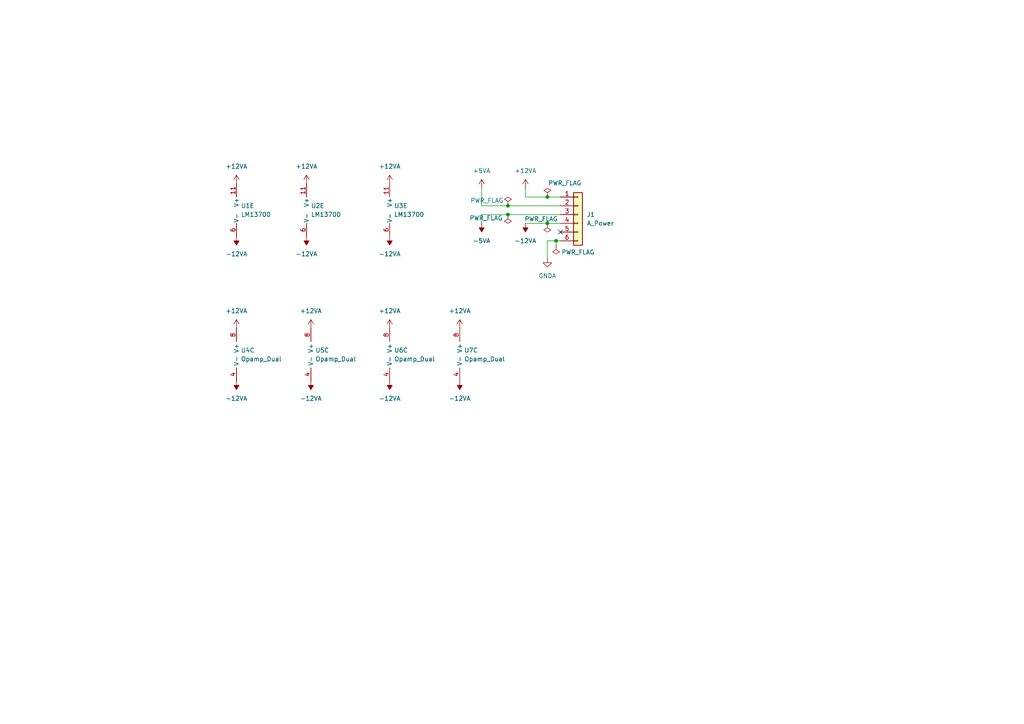
<source format=kicad_sch>
(kicad_sch (version 20250114) (generator "eeschema") (generator_version "9.0")
  (paper "A4")
  (lib_symbols
    (symbol "Amplifier_Operational:LM13700" (pin_names (offset 0.127))
      (property "Reference" "U" (at 3.81 5.08 0))
      (property "Value" "LM13700" (at 5.08 -5.08 0))
      (symbol "LM13700_1_1"
        (polyline (pts (xy 3.81 -0.635) (xy 3.81 -2.54) (xy 5.08 -2.54)))
        (polyline (pts (xy 5.08 0) (xy -5.08 -5.08) (xy -5.08 5.08) (xy 5.08 0)) (stroke (width 0.254)) (fill (type background)))
        (pin input line (at -7.62 2.54 0) (length 2.54) (name "-") (number "13"))
        (pin input line (at -7.62 0 0) (length 2.54) (name "DIODE_BIAS") (number "15"))
        (pin input line (at -7.62 -2.54 0) (length 2.54) (name "+") (number "14"))
        (pin output line (at 7.62 0 180) (length 2.54) (name "~") (number "12"))
        (pin input line (at 7.62 -2.54 180) (length 2.54) (name "~") (number "16"))
      )
      (symbol "LM13700_2_0"
        (polyline (pts (xy -1.905 2.54) (xy -3.175 2.54)))
      )
      (symbol "LM13700_2_1"
        (polyline (pts (xy -3.81 1.27) (xy -3.81 -1.27)))
        (polyline (pts (xy -3.81 0.635) (xy -2.54 1.27) (xy -2.54 1.905) (xy -2.54 2.54)))
        (polyline (pts (xy -3.81 -0.635) (xy -2.54 -1.27)))
        (circle (center -2.54 1.905) (radius 0.254) (stroke (width 0.254)) (fill (type outline)))
        (polyline (pts (xy -2.54 0) (xy -2.54 -2.54)))
        (polyline (pts (xy -2.54 -0.635) (xy -1.27 0) (xy -1.27 1.905) (xy -2.54 1.905)))
        (polyline (pts (xy -2.54 -1.27) (xy -3.175 -0.635) (xy -3.175 -1.27) (xy -2.54 -1.27)) (fill (type outline)))
        (polyline (pts (xy -2.54 -1.905) (xy -1.27 -2.54)))
        (polyline (pts (xy -1.27 -2.54) (xy -1.905 -1.905) (xy -1.905 -2.54) (xy -1.27 -2.54)) (fill (type outline)))
        (text "V+" (at -2.54 3.81 0) (effects (font (size 1.27 1.27))))
        (pin input line (at -7.62 0 0) (length 3.81) (name "~") (number "10"))
        (pin output line (at 2.54 -2.54 180) (length 3.81) (name "~") (number "9"))
      )
      (symbol "LM13700_3_1"
        (polyline (pts (xy 3.81 -0.635) (xy 3.81 -2.54) (xy 5.08 -2.54)))
        (polyline (pts (xy 5.08 0) (xy -5.08 -5.08) (xy -5.08 5.08) (xy 5.08 0)) (stroke (width 0.254)) (fill (type background)))
        (pin input line (at -7.62 2.54 0) (length 2.54) (name "-") (number "4"))
        (pin input line (at -7.62 0 0) (length 2.54) (name "DIODE_BIAS") (number "2"))
        (pin input line (at -7.62 -2.54 0) (length 2.54) (name "+") (number "3"))
        (pin output line (at 7.62 0 180) (length 2.54) (name "~") (number "5"))
        (pin input line (at 7.62 -2.54 180) (length 2.54) (name "~") (number "1"))
      )
      (symbol "LM13700_4_0"
        (polyline (pts (xy -3.175 2.54) (xy -1.905 2.54)))
        (text "V+" (at -2.54 3.81 0) (effects (font (size 1.27 1.27))))
      )
      (symbol "LM13700_4_1"
        (polyline (pts (xy -3.81 1.27) (xy -3.81 -1.27)))
        (polyline (pts (xy -3.81 0.635) (xy -2.54 1.27) (xy -2.54 2.54)))
        (polyline (pts (xy -3.81 -0.635) (xy -2.54 -1.27)))
        (circle (center -2.54 1.905) (radius 0.254) (stroke (width 0.254)) (fill (type outline)))
        (polyline (pts (xy -2.54 0) (xy -2.54 -2.54)))
        (polyline (pts (xy -2.54 -0.635) (xy -1.27 0) (xy -1.27 1.905) (xy -2.54 1.905)))
        (polyline (pts (xy -2.54 -1.27) (xy -3.175 -0.635) (xy -3.175 -1.27) (xy -2.54 -1.27)) (fill (type outline)))
        (polyline (pts (xy -2.54 -1.905) (xy -1.27 -2.54)))
        (polyline (pts (xy -1.27 -2.54) (xy -1.905 -1.905) (xy -1.905 -2.54) (xy -1.27 -2.54)) (fill (type outline)))
        (pin input line (at -7.62 0 0) (length 3.81) (name "~") (number "7"))
        (pin output line (at 2.54 -2.54 180) (length 3.81) (name "~") (number "8"))
      )
      (symbol "LM13700_5_1"
        (pin power_in line (at -2.54 7.62 270) (length 3.81) (name "V+") (number "11"))
        (pin power_in line (at -2.54 -7.62 90) (length 3.81) (name "V-") (number "6"))
      )
    )
    (symbol "Connector_Generic:Conn_01x06" (pin_names (offset 1.016) (hide yes))
      (property "Reference" "J" (at 0 7.62 0))
      (property "Value" "Conn_01x06" (at 0 -10.16 0))
      (symbol "Conn_01x06_1_1"
        (rectangle (start -1.27 6.35) (end 1.27 -8.89) (stroke (width 0.254)) (fill (type background)))
        (rectangle (start -1.27 5.207) (end 0 4.953) (stroke (width 0.1524)))
        (rectangle (start -1.27 2.667) (end 0 2.413) (stroke (width 0.1524)))
        (rectangle (start -1.27 0.127) (end 0 -0.127) (stroke (width 0.1524)))
        (rectangle (start -1.27 -2.413) (end 0 -2.667) (stroke (width 0.1524)))
        (rectangle (start -1.27 -4.953) (end 0 -5.207) (stroke (width 0.1524)))
        (rectangle (start -1.27 -7.493) (end 0 -7.747) (stroke (width 0.1524)))
        (pin passive line (at -5.08 5.08 0) (length 3.81) (name "Pin_1") (number "1"))
        (pin passive line (at -5.08 2.54 0) (length 3.81) (name "Pin_2") (number "2"))
        (pin passive line (at -5.08 0 0) (length 3.81) (name "Pin_3") (number "3"))
        (pin passive line (at -5.08 -2.54 0) (length 3.81) (name "Pin_4") (number "4"))
        (pin passive line (at -5.08 -5.08 0) (length 3.81) (name "Pin_5") (number "5"))
        (pin passive line (at -5.08 -7.62 0) (length 3.81) (name "Pin_6") (number "6"))
      )
    )
    (symbol "Device:Opamp_Dual"
      (property "Reference" "U" (at 0 5.08 0))
      (property "Value" "Opamp_Dual" (at 0 -5.08 0))
      (symbol "Opamp_Dual_1_1"
        (polyline (pts (xy -5.08 5.08) (xy 5.08 0) (xy -5.08 -5.08) (xy -5.08 5.08)) (stroke (width 0.254)) (fill (type background)))
        (pin input line (at -7.62 2.54 0) (length 2.54) (name "+") (number "3"))
        (pin input line (at -7.62 -2.54 0) (length 2.54) (name "-") (number "2"))
        (pin output line (at 7.62 0 180) (length 2.54) (name "~") (number "1"))
      )
      (symbol "Opamp_Dual_2_1"
        (polyline (pts (xy -5.08 5.08) (xy 5.08 0) (xy -5.08 -5.08) (xy -5.08 5.08)) (stroke (width 0.254)) (fill (type background)))
        (pin input line (at -7.62 2.54 0) (length 2.54) (name "+") (number "5"))
        (pin input line (at -7.62 -2.54 0) (length 2.54) (name "-") (number "6"))
        (pin output line (at 7.62 0 180) (length 2.54) (name "~") (number "7"))
      )
      (symbol "Opamp_Dual_3_1"
        (pin power_in line (at -2.54 7.62 270) (length 3.81) (name "V+") (number "8"))
        (pin power_in line (at -2.54 -7.62 90) (length 3.81) (name "V-") (number "4"))
      )
    )
    (symbol "power:+12VA" (power) (pin_numbers (hide yes)) (pin_names (offset 0) (hide yes))
      (property "Value" "+12VA" (at 0 3.556 0))
      (symbol "+12VA_0_1"
        (polyline (pts (xy -0.762 1.27) (xy 0 2.54)))
        (polyline (pts (xy 0 2.54) (xy 0.762 1.27)))
        (polyline (pts (xy 0 0) (xy 0 2.54)))
      )
      (symbol "+12VA_1_1"
        (pin power_in line (at 0 0 90) (length 0) (name "~") (number "1"))
      )
    )
    (symbol "power:+5VA" (power) (pin_numbers (hide yes)) (pin_names (offset 0) (hide yes))
      (property "Value" "+5VA" (at 0 3.556 0))
      (symbol "+5VA_0_1"
        (polyline (pts (xy -0.762 1.27) (xy 0 2.54)))
        (polyline (pts (xy 0 2.54) (xy 0.762 1.27)))
        (polyline (pts (xy 0 0) (xy 0 2.54)))
      )
      (symbol "+5VA_1_1"
        (pin power_in line (at 0 0 90) (length 0) (name "~") (number "1"))
      )
    )
    (symbol "power:-12VA" (power) (pin_numbers (hide yes)) (pin_names (offset 0) (hide yes))
      (property "Value" "-12VA" (at 0 3.556 0))
      (symbol "-12VA_0_0"
        (pin power_in line (at 0 0 90) (length 0) (name "~") (number "1"))
      )
      (symbol "-12VA_0_1"
        (polyline (pts (xy 0 0) (xy 0 1.27) (xy 0.762 1.27) (xy 0 2.54) (xy -0.762 1.27) (xy 0 1.27)) (fill (type outline)))
      )
    )
    (symbol "power:-5VA" (power) (pin_numbers (hide yes)) (pin_names (offset 0) (hide yes))
      (property "Value" "-5VA" (at 0 3.556 0))
      (symbol "-5VA_0_0"
        (pin power_in line (at 0 0 90) (length 0) (name "~") (number "1"))
      )
      (symbol "-5VA_0_1"
        (polyline (pts (xy 0 0) (xy 0 1.27) (xy 0.762 1.27) (xy 0 2.54) (xy -0.762 1.27) (xy 0 1.27)) (fill (type outline)))
      )
    )
    (symbol "power:GNDA" (power) (pin_numbers (hide yes)) (pin_names (offset 0) (hide yes))
      (property "Value" "GNDA" (at 0 -3.81 0))
      (symbol "GNDA_0_1"
        (polyline (pts (xy 0 0) (xy 0 -1.27) (xy 1.27 -1.27) (xy 0 -2.54) (xy -1.27 -1.27) (xy 0 -1.27)))
      )
      (symbol "GNDA_1_1"
        (pin power_in line (at 0 0 270) (length 0) (name "~") (number "1"))
      )
    )
    (symbol "power:PWR_FLAG" (power) (pin_numbers (hide yes)) (pin_names (offset 0) (hide yes))
      (property "Value" "PWR_FLAG" (at 0 3.81 0))
      (symbol "PWR_FLAG_0_0"
        (pin power_out line (at 0 0 90) (length 0) (name "~") (number "1"))
      )
      (symbol "PWR_FLAG_0_1"
        (polyline (pts (xy 0 0) (xy 0 1.27) (xy -1.016 1.905) (xy 0 2.54) (xy 1.016 1.905) (xy 0 1.27)))
      )
    )
  )
  (junction (at 161.29 69.85))
  (junction (at 158.75 64.77))
  (junction (at 147.32 59.69))
  (junction (at 158.75 57.15))
  (junction (at 147.32 62.23))
  (no_connect (at 162.56 67.31))
  (wire (pts (xy 147.32 59.69) (xy 139.7 59.69)))
  (wire (pts (xy 162.56 57.15) (xy 158.75 57.15)))
  (wire (pts (xy 162.56 69.85) (xy 161.29 69.85)))
  (wire (pts (xy 162.56 62.23) (xy 147.32 62.23)))
  (wire (pts (xy 162.56 59.69) (xy 147.32 59.69)))
  (wire (pts (xy 152.4 64.77) (xy 158.75 64.77)))
  (wire (pts (xy 158.75 57.15) (xy 152.4 57.15)))
  (wire (pts (xy 161.29 71.12) (xy 161.29 69.85)))
  (wire (pts (xy 161.29 69.85) (xy 158.75 69.85)))
  (wire (pts (xy 139.7 62.23) (xy 139.7 64.77)))
  (wire (pts (xy 158.75 69.85) (xy 158.75 74.93)))
  (wire (pts (xy 158.75 64.77) (xy 162.56 64.77)))
  (wire (pts (xy 152.4 57.15) (xy 152.4 54.61)))
  (wire (pts (xy 147.32 62.23) (xy 139.7 62.23)))
  (wire (pts (xy 139.7 59.69) (xy 139.7 54.61)))
  (symbol (lib_id "power:-12VA") (at 68.58 68.58 180) (unit 1)
    (property "Reference" "#PWR057" (effects (hide yes)))
    (property "Value" "-12VA" (at 68.58 73.66 0))
    (property "Description" "Power symbol creates a global label with name \"-12VA\"" (effects (hide yes)))
  )
  (symbol (lib_id "Device:Opamp_Dual") (at 71.12 102.87 0) (unit 3)
    (property "Reference" "U4" (at 69.85 101.5999 0) (effects (justify left)))
    (property "Value" "Opamp_Dual" (at 69.85 104.1399 0) (effects (justify left)))
    (property "Footprint" "Package_SO:SO-8_3.9x4.9mm_P1.27mm" (effects (hide yes)))
    (property "Description" "Dual operational amplifier" (effects (hide yes)))
    (property "Sim.Library" "${KICAD7_SYMBOL_DIR}/Simulation_SPICE.sp" (effects (hide yes)))
    (property "Sim.Name" "kicad_builtin_opamp_dual" (effects (hide yes)))
    (property "Sim.Device" "SUBCKT" (effects (hide yes)))
    (property "Sim.Pins" "1=out1 2=in1- 3=in1+ 4=vee 5=in2+ 6=in2- 7=out2 8=vcc" (effects (hide yes)))
  )
  (symbol (lib_id "power:-12VA") (at 113.03 68.58 180) (unit 1)
    (property "Reference" "#PWR063" (effects (hide yes)))
    (property "Value" "-12VA" (at 113.03 73.66 0))
    (property "Description" "Power symbol creates a global label with name \"-12VA\"" (effects (hide yes)))
  )
  (symbol (lib_id "power:-12VA") (at 88.9 68.58 180) (unit 1)
    (property "Reference" "#PWR062" (effects (hide yes)))
    (property "Value" "-12VA" (at 88.9 73.66 0))
    (property "Description" "Power symbol creates a global label with name \"-12VA\"" (effects (hide yes)))
  )
  (symbol (lib_id "power:GNDA") (at 158.75 74.93 0) (unit 1)
    (property "Reference" "#PWR05" (effects (hide yes)))
    (property "Value" "GNDA" (at 158.75 80.01 0))
    (property "Description" "Power symbol creates a global label with name \"GNDA\" , analog ground" (effects (hide yes)))
  )
  (symbol (lib_id "power:+12VA") (at 88.9 53.34 0) (unit 1)
    (property "Reference" "#PWR058" (effects (hide yes)))
    (property "Value" "+12VA" (at 88.9 48.26 0))
    (property "Description" "Power symbol creates a global label with name \"+12VA\"" (effects (hide yes)))
  )
  (symbol (lib_id "power:PWR_FLAG") (at 161.29 71.12 180) (unit 1)
    (property "Reference" "#FLG05" (effects (hide yes)))
    (property "Value" "PWR_FLAG" (at 167.64 73.152 0))
    (property "Description" "Special symbol for telling ERC where power comes from" (effects (hide yes)))
  )
  (symbol (lib_id "power:PWR_FLAG") (at 147.32 62.23 180) (unit 1)
    (property "Reference" "#FLG02" (effects (hide yes)))
    (property "Value" "PWR_FLAG" (at 140.97 63.246 0))
    (property "Description" "Special symbol for telling ERC where power comes from" (effects (hide yes)))
  )
  (symbol (lib_id "power:-12VA") (at 90.17 110.49 180) (unit 1)
    (property "Reference" "#PWR065" (effects (hide yes)))
    (property "Value" "-12VA" (at 90.17 115.57 0))
    (property "Description" "Power symbol creates a global label with name \"-12VA\"" (effects (hide yes)))
  )
  (symbol (lib_id "power:-5VA") (at 139.7 64.77 180) (unit 1)
    (property "Reference" "#PWR02" (effects (hide yes)))
    (property "Value" "-5VA" (at 139.7 69.85 0))
    (property "Description" "Power symbol creates a global label with name \"-5VA\"" (effects (hide yes)))
  )
  (symbol (lib_id "power:-12VA") (at 133.35 110.49 180) (unit 1)
    (property "Reference" "#PWR071" (effects (hide yes)))
    (property "Value" "-12VA" (at 133.35 115.57 0))
    (property "Description" "Power symbol creates a global label with name \"-12VA\"" (effects (hide yes)))
  )
  (symbol (lib_id "power:-12VA") (at 113.03 110.49 180) (unit 1)
    (property "Reference" "#PWR069" (effects (hide yes)))
    (property "Value" "-12VA" (at 113.03 115.57 0))
    (property "Description" "Power symbol creates a global label with name \"-12VA\"" (effects (hide yes)))
  )
  (symbol (lib_id "power:+12VA") (at 68.58 53.34 0) (unit 1)
    (property "Reference" "#PWR055" (effects (hide yes)))
    (property "Value" "+12VA" (at 68.58 48.26 0))
    (property "Description" "Power symbol creates a global label with name \"+12VA\"" (effects (hide yes)))
  )
  (symbol (lib_id "Device:Opamp_Dual") (at 135.89 102.87 0) (unit 3)
    (property "Reference" "U7" (at 134.62 101.5999 0) (effects (justify left)))
    (property "Value" "Opamp_Dual" (at 134.62 104.1399 0) (effects (justify left)))
    (property "Footprint" "Package_SO:SO-8_3.9x4.9mm_P1.27mm" (effects (hide yes)))
    (property "Description" "Dual operational amplifier" (effects (hide yes)))
    (property "Sim.Library" "${KICAD7_SYMBOL_DIR}/Simulation_SPICE.sp" (effects (hide yes)))
    (property "Sim.Name" "kicad_builtin_opamp_dual" (effects (hide yes)))
    (property "Sim.Device" "SUBCKT" (effects (hide yes)))
    (property "Sim.Pins" "1=out1 2=in1- 3=in1+ 4=vee 5=in2+ 6=in2- 7=out2 8=vcc" (effects (hide yes)))
  )
  (symbol (lib_id "power:+12VA") (at 90.17 95.25 0) (unit 1)
    (property "Reference" "#PWR061" (effects (hide yes)))
    (property "Value" "+12VA" (at 90.17 90.17 0))
    (property "Description" "Power symbol creates a global label with name \"+12VA\"" (effects (hide yes)))
  )
  (symbol (lib_id "Device:Opamp_Dual") (at 92.71 102.87 0) (unit 3)
    (property "Reference" "U5" (at 91.44 101.5999 0) (effects (justify left)))
    (property "Value" "Opamp_Dual" (at 91.44 104.1399 0) (effects (justify left)))
    (property "Footprint" "Package_SO:SO-8_3.9x4.9mm_P1.27mm" (effects (hide yes)))
    (property "Description" "Dual operational amplifier" (effects (hide yes)))
    (property "Sim.Library" "${KICAD7_SYMBOL_DIR}/Simulation_SPICE.sp" (effects (hide yes)))
    (property "Sim.Name" "kicad_builtin_opamp_dual" (effects (hide yes)))
    (property "Sim.Device" "SUBCKT" (effects (hide yes)))
    (property "Sim.Pins" "1=out1 2=in1- 3=in1+ 4=vee 5=in2+ 6=in2- 7=out2 8=vcc" (effects (hide yes)))
  )
  (symbol (lib_id "power:PWR_FLAG") (at 147.32 59.69 0) (unit 1)
    (property "Reference" "#FLG01" (effects (hide yes)))
    (property "Value" "PWR_FLAG" (at 141.224 58.166 0))
    (property "Description" "Special symbol for telling ERC where power comes from" (effects (hide yes)))
  )
  (symbol (lib_id "Connector_Generic:Conn_01x06") (at 167.64 62.23 0) (unit 1)
    (property "Reference" "J1" (at 170.18 62.2299 0) (effects (justify left)))
    (property "Value" "A_Power" (at 170.18 64.7699 0) (effects (justify left)))
    (property "Footprint" "Connector_PinHeader_2.54mm:PinHeader_1x06_P2.54mm_Vertical" (effects (hide yes)))
    (property "Description" "Generic connector, single row, 01x06, script generated (kicad-library-utils/schlib/autogen/connector/)" (effects (hide yes)))
  )
  (symbol (lib_id "power:+5VA") (at 139.7 54.61 0) (unit 1)
    (property "Reference" "#PWR01" (effects (hide yes)))
    (property "Value" "+5VA" (at 139.7 49.53 0))
    (property "Description" "Power symbol creates a global label with name \"+5VA\"" (effects (hide yes)))
  )
  (symbol (lib_id "power:-12VA") (at 152.4 64.77 180) (unit 1)
    (property "Reference" "#PWR04" (effects (hide yes)))
    (property "Value" "-12VA" (at 152.4 69.85 0))
    (property "Description" "Power symbol creates a global label with name \"-12VA\"" (effects (hide yes)))
  )
  (symbol (lib_id "power:PWR_FLAG") (at 158.75 64.77 180) (unit 1)
    (property "Reference" "#FLG04" (effects (hide yes)))
    (property "Value" "PWR_FLAG" (at 156.972 63.5 0))
    (property "Description" "Special symbol for telling ERC where power comes from" (effects (hide yes)))
  )
  (symbol (lib_id "Device:Opamp_Dual") (at 115.57 102.87 0) (unit 3)
    (property "Reference" "U6" (at 114.3 101.5999 0) (effects (justify left)))
    (property "Value" "Opamp_Dual" (at 114.3 104.1399 0) (effects (justify left)))
    (property "Footprint" "Package_SO:SO-8_3.9x4.9mm_P1.27mm" (effects (hide yes)))
    (property "Description" "Dual operational amplifier" (effects (hide yes)))
    (property "Sim.Library" "${KICAD7_SYMBOL_DIR}/Simulation_SPICE.sp" (effects (hide yes)))
    (property "Sim.Name" "kicad_builtin_opamp_dual" (effects (hide yes)))
    (property "Sim.Device" "SUBCKT" (effects (hide yes)))
    (property "Sim.Pins" "1=out1 2=in1- 3=in1+ 4=vee 5=in2+ 6=in2- 7=out2 8=vcc" (effects (hide yes)))
  )
  (symbol (lib_id "power:PWR_FLAG") (at 158.75 57.15 0) (unit 1)
    (property "Reference" "#FLG03" (effects (hide yes)))
    (property "Value" "PWR_FLAG" (at 163.83 53.086 0))
    (property "Description" "Special symbol for telling ERC where power comes from" (effects (hide yes)))
  )
  (symbol (lib_id "power:+12VA") (at 68.58 95.25 0) (unit 1)
    (property "Reference" "#PWR060" (effects (hide yes)))
    (property "Value" "+12VA" (at 68.58 90.17 0))
    (property "Description" "Power symbol creates a global label with name \"+12VA\"" (effects (hide yes)))
  )
  (symbol (lib_id "power:+12VA") (at 113.03 53.34 0) (unit 1)
    (property "Reference" "#PWR059" (effects (hide yes)))
    (property "Value" "+12VA" (at 113.03 48.26 0))
    (property "Description" "Power symbol creates a global label with name \"+12VA\"" (effects (hide yes)))
  )
  (symbol (lib_id "power:+12VA") (at 152.4 54.61 0) (unit 1)
    (property "Reference" "#PWR03" (effects (hide yes)))
    (property "Value" "+12VA" (at 152.4 49.53 0))
    (property "Description" "Power symbol creates a global label with name \"+12VA\"" (effects (hide yes)))
  )
  (symbol (lib_id "power:-12VA") (at 68.58 110.49 180) (unit 1)
    (property "Reference" "#PWR064" (effects (hide yes)))
    (property "Value" "-12VA" (at 68.58 115.57 0))
    (property "Description" "Power symbol creates a global label with name \"-12VA\"" (effects (hide yes)))
  )
  (symbol (lib_id "power:+12VA") (at 133.35 95.25 0) (unit 1)
    (property "Reference" "#PWR070" (effects (hide yes)))
    (property "Value" "+12VA" (at 133.35 90.17 0))
    (property "Description" "Power symbol creates a global label with name \"+12VA\"" (effects (hide yes)))
  )
  (symbol (lib_id "Amplifier_Operational:LM13700") (at 115.57 60.96 0) (unit 5)
    (property "Reference" "U3" (at 114.3 59.6899 0) (effects (justify left)))
    (property "Value" "LM13700" (at 114.3 62.2299 0) (effects (justify left)))
    (property "Footprint" "Package_SO:SOIC-16_3.9x9.9mm_P1.27mm" (effects (hide yes)))
    (property "Datasheet" "http://www.ti.com/lit/ds/symlink/lm13700.pdf" (effects (hide yes)))
    (property "Description" "Dual Operational Transconductance Amplifiers with Linearizing Diodes and Buffers, DIP-16/SOIC-16" (effects (hide yes)))
  )
  (symbol (lib_id "Amplifier_Operational:LM13700") (at 91.44 60.96 0) (unit 5)
    (property "Reference" "U2" (at 90.17 59.6899 0) (effects (justify left)))
    (property "Value" "LM13700" (at 90.17 62.2299 0) (effects (justify left)))
    (property "Datasheet" "http://www.ti.com/lit/ds/symlink/lm13700.pdf" (effects (hide yes)))
    (property "Description" "Dual Operational Transconductance Amplifiers with Linearizing Diodes and Buffers, DIP-16/SOIC-16" (effects (hide yes)))
  )
  (symbol (lib_id "Amplifier_Operational:LM13700") (at 71.12 60.96 0) (unit 5)
    (property "Reference" "U1" (at 69.85 59.6899 0) (effects (justify left)))
    (property "Value" "LM13700" (at 69.85 62.2299 0) (effects (justify left)))
    (property "Footprint" "Package_SO:SOIC-16_3.9x9.9mm_P1.27mm" (effects (hide yes)))
    (property "Datasheet" "http://www.ti.com/lit/ds/symlink/lm13700.pdf" (effects (hide yes)))
    (property "Description" "Dual Operational Transconductance Amplifiers with Linearizing Diodes and Buffers, DIP-16/SOIC-16" (effects (hide yes)))
  )
  (symbol (lib_id "power:+12VA") (at 113.03 95.25 0) (unit 1)
    (property "Reference" "#PWR068" (effects (hide yes)))
    (property "Value" "+12VA" (at 113.03 90.17 0))
    (property "Description" "Power symbol creates a global label with name \"+12VA\"" (effects (hide yes)))
  )
)
</source>
